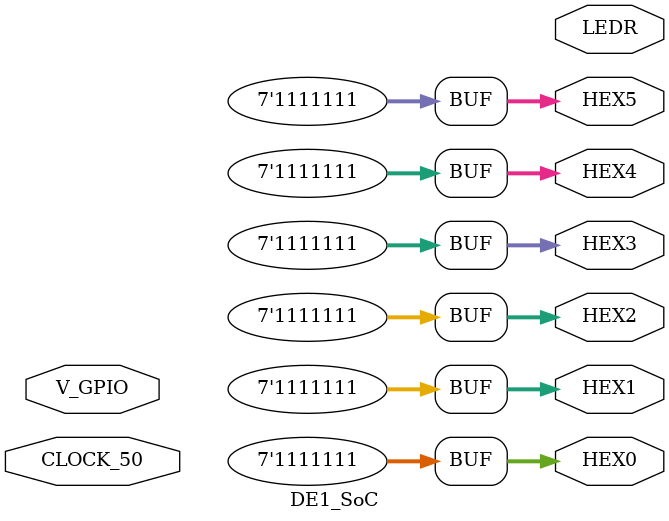
<source format=sv>
/* Top-level module for LandsLand hardware connections to implement the parking lot system.*/

module DE1_SoC (CLOCK_50, HEX0, HEX1, HEX2, HEX3, HEX4, HEX5, LEDR, V_GPIO);
  input  logic       CLOCK_50;  // 50MHz clock
  output logic [6:0] HEX0, HEX1, HEX2, HEX3, HEX4, HEX5;  // active low
  output logic [9:0] LEDR;
  inout  logic [35:0] V_GPIO;  // expansion header 0 (LabsLand board)
  
  // Turn off all 7-seg displays (active low: 1 = off, 0 = on)
  assign HEX0 = 7'b1111111;
  assign HEX1 = 7'b1111111;
  assign HEX2 = 7'b1111111;
  assign HEX3 = 7'b1111111;
  assign HEX4 = 7'b1111111;
  assign HEX5 = 7'b1111111;

endmodule  // DE1_SoC

</source>
